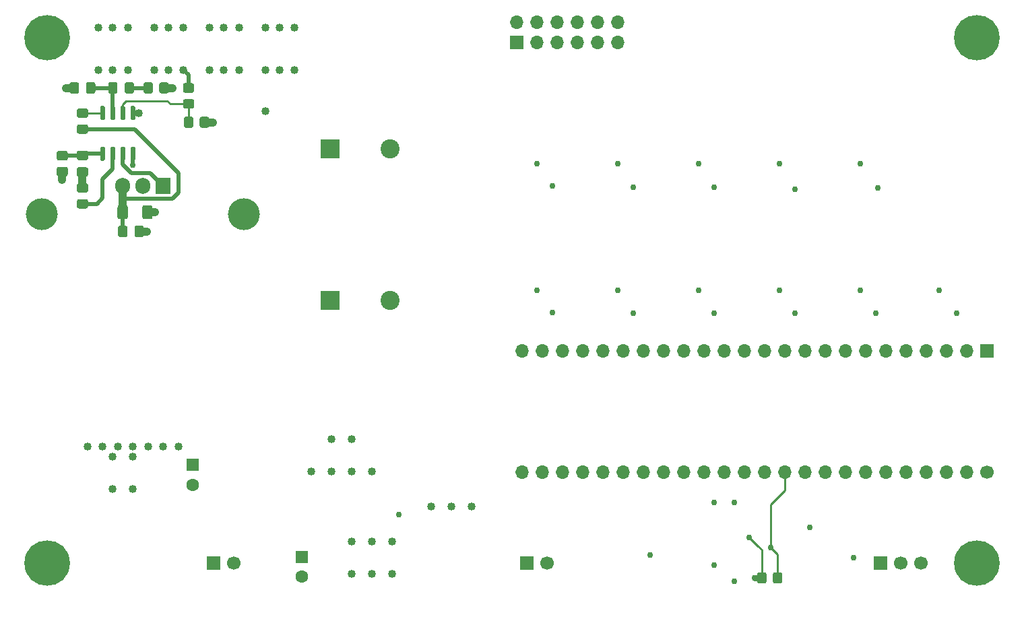
<source format=gbr>
%TF.GenerationSoftware,KiCad,Pcbnew,(5.1.9)-1*%
%TF.CreationDate,2021-10-04T18:28:26-04:00*%
%TF.ProjectId,In9 Music Visualizer RevC,496e3920-4d75-4736-9963-205669737561,rev?*%
%TF.SameCoordinates,Original*%
%TF.FileFunction,Copper,L4,Bot*%
%TF.FilePolarity,Positive*%
%FSLAX46Y46*%
G04 Gerber Fmt 4.6, Leading zero omitted, Abs format (unit mm)*
G04 Created by KiCad (PCBNEW (5.1.9)-1) date 2021-10-04 18:28:26*
%MOMM*%
%LPD*%
G01*
G04 APERTURE LIST*
%TA.AperFunction,ComponentPad*%
%ADD10O,1.905000X2.000000*%
%TD*%
%TA.AperFunction,ComponentPad*%
%ADD11R,1.905000X2.000000*%
%TD*%
%TA.AperFunction,ComponentPad*%
%ADD12C,1.600000*%
%TD*%
%TA.AperFunction,ComponentPad*%
%ADD13R,1.600000X1.600000*%
%TD*%
%TA.AperFunction,ComponentPad*%
%ADD14C,5.715000*%
%TD*%
%TA.AperFunction,ComponentPad*%
%ADD15O,1.700000X1.700000*%
%TD*%
%TA.AperFunction,ComponentPad*%
%ADD16R,1.700000X1.700000*%
%TD*%
%TA.AperFunction,ComponentPad*%
%ADD17C,1.700000*%
%TD*%
%TA.AperFunction,ComponentPad*%
%ADD18C,4.000000*%
%TD*%
%TA.AperFunction,ComponentPad*%
%ADD19C,2.400000*%
%TD*%
%TA.AperFunction,ComponentPad*%
%ADD20R,2.400000X2.400000*%
%TD*%
%TA.AperFunction,ViaPad*%
%ADD21C,0.762000*%
%TD*%
%TA.AperFunction,ViaPad*%
%ADD22C,1.016000*%
%TD*%
%TA.AperFunction,Conductor*%
%ADD23C,1.016000*%
%TD*%
%TA.AperFunction,Conductor*%
%ADD24C,0.508000*%
%TD*%
%TA.AperFunction,Conductor*%
%ADD25C,0.254000*%
%TD*%
%TA.AperFunction,Conductor*%
%ADD26C,0.762000*%
%TD*%
G04 APERTURE END LIST*
%TO.P,R13,2*%
%TO.N,GND*%
%TA.AperFunction,SMDPad,CuDef*%
G36*
G01*
X67829000Y-78476001D02*
X67829000Y-77225999D01*
G75*
G02*
X68078999Y-76976000I249999J0D01*
G01*
X68879001Y-76976000D01*
G75*
G02*
X69129000Y-77225999I0J-249999D01*
G01*
X69129000Y-78476001D01*
G75*
G02*
X68879001Y-78726000I-249999J0D01*
G01*
X68078999Y-78726000D01*
G75*
G02*
X67829000Y-78476001I0J249999D01*
G01*
G37*
%TD.AperFunction*%
%TO.P,R13,1*%
%TO.N,Net-(C17-Pad1)*%
%TA.AperFunction,SMDPad,CuDef*%
G36*
G01*
X64729000Y-78476001D02*
X64729000Y-77225999D01*
G75*
G02*
X64978999Y-76976000I249999J0D01*
G01*
X65779001Y-76976000D01*
G75*
G02*
X66029000Y-77225999I0J-249999D01*
G01*
X66029000Y-78476001D01*
G75*
G02*
X65779001Y-78726000I-249999J0D01*
G01*
X64978999Y-78726000D01*
G75*
G02*
X64729000Y-78476001I0J249999D01*
G01*
G37*
%TD.AperFunction*%
%TD*%
D10*
%TO.P,Q2,3*%
%TO.N,Net-(C17-Pad1)*%
X65405000Y-74549000D03*
%TO.P,Q2,2*%
%TO.N,Net-(D1-Pad2)*%
X67945000Y-74549000D03*
D11*
%TO.P,Q2,1*%
%TO.N,Net-(Q2-Pad1)*%
X70485000Y-74549000D03*
%TD*%
D12*
%TO.P,C22,2*%
%TO.N,GND*%
X87884000Y-123658000D03*
D13*
%TO.P,C22,1*%
%TO.N,+12V*%
X87884000Y-121158000D03*
%TD*%
D14*
%TO.P,REF\u002A\u002A,1*%
%TO.N,N/C*%
X172720000Y-121920000D03*
%TD*%
%TO.P,R10,2*%
%TO.N,Net-(R10-Pad2)*%
%TA.AperFunction,SMDPad,CuDef*%
G36*
G01*
X60775001Y-66005000D02*
X59874999Y-66005000D01*
G75*
G02*
X59625000Y-65755001I0J249999D01*
G01*
X59625000Y-65054999D01*
G75*
G02*
X59874999Y-64805000I249999J0D01*
G01*
X60775001Y-64805000D01*
G75*
G02*
X61025000Y-65054999I0J-249999D01*
G01*
X61025000Y-65755001D01*
G75*
G02*
X60775001Y-66005000I-249999J0D01*
G01*
G37*
%TD.AperFunction*%
%TO.P,R10,1*%
%TO.N,Net-(C17-Pad1)*%
%TA.AperFunction,SMDPad,CuDef*%
G36*
G01*
X60775001Y-68005000D02*
X59874999Y-68005000D01*
G75*
G02*
X59625000Y-67755001I0J249999D01*
G01*
X59625000Y-67054999D01*
G75*
G02*
X59874999Y-66805000I249999J0D01*
G01*
X60775001Y-66805000D01*
G75*
G02*
X61025000Y-67054999I0J-249999D01*
G01*
X61025000Y-67755001D01*
G75*
G02*
X60775001Y-68005000I-249999J0D01*
G01*
G37*
%TD.AperFunction*%
%TD*%
%TO.P,REF\u002A\u002A,1*%
%TO.N,N/C*%
X172720000Y-55880000D03*
%TD*%
%TO.P,REF\u002A\u002A,1*%
%TO.N,N/C*%
X55880000Y-121920000D03*
%TD*%
%TO.P,REF\u002A\u002A,1*%
%TO.N,N/C*%
X55880000Y-55880000D03*
%TD*%
%TO.P,U2,8*%
%TO.N,Net-(C14-Pad1)*%
%TA.AperFunction,SMDPad,CuDef*%
G36*
G01*
X62715000Y-69645000D02*
X63015000Y-69645000D01*
G75*
G02*
X63165000Y-69795000I0J-150000D01*
G01*
X63165000Y-71245000D01*
G75*
G02*
X63015000Y-71395000I-150000J0D01*
G01*
X62715000Y-71395000D01*
G75*
G02*
X62565000Y-71245000I0J150000D01*
G01*
X62565000Y-69795000D01*
G75*
G02*
X62715000Y-69645000I150000J0D01*
G01*
G37*
%TD.AperFunction*%
%TO.P,U2,7*%
%TO.N,Net-(R12-Pad1)*%
%TA.AperFunction,SMDPad,CuDef*%
G36*
G01*
X63985000Y-69645000D02*
X64285000Y-69645000D01*
G75*
G02*
X64435000Y-69795000I0J-150000D01*
G01*
X64435000Y-71245000D01*
G75*
G02*
X64285000Y-71395000I-150000J0D01*
G01*
X63985000Y-71395000D01*
G75*
G02*
X63835000Y-71245000I0J150000D01*
G01*
X63835000Y-69795000D01*
G75*
G02*
X63985000Y-69645000I150000J0D01*
G01*
G37*
%TD.AperFunction*%
%TO.P,U2,6*%
%TO.N,Net-(Q2-Pad1)*%
%TA.AperFunction,SMDPad,CuDef*%
G36*
G01*
X65255000Y-69645000D02*
X65555000Y-69645000D01*
G75*
G02*
X65705000Y-69795000I0J-150000D01*
G01*
X65705000Y-71245000D01*
G75*
G02*
X65555000Y-71395000I-150000J0D01*
G01*
X65255000Y-71395000D01*
G75*
G02*
X65105000Y-71245000I0J150000D01*
G01*
X65105000Y-69795000D01*
G75*
G02*
X65255000Y-69645000I150000J0D01*
G01*
G37*
%TD.AperFunction*%
%TO.P,U2,5*%
%TO.N,GND*%
%TA.AperFunction,SMDPad,CuDef*%
G36*
G01*
X66525000Y-69645000D02*
X66825000Y-69645000D01*
G75*
G02*
X66975000Y-69795000I0J-150000D01*
G01*
X66975000Y-71245000D01*
G75*
G02*
X66825000Y-71395000I-150000J0D01*
G01*
X66525000Y-71395000D01*
G75*
G02*
X66375000Y-71245000I0J150000D01*
G01*
X66375000Y-69795000D01*
G75*
G02*
X66525000Y-69645000I150000J0D01*
G01*
G37*
%TD.AperFunction*%
%TO.P,U2,4*%
%TA.AperFunction,SMDPad,CuDef*%
G36*
G01*
X66525000Y-64495000D02*
X66825000Y-64495000D01*
G75*
G02*
X66975000Y-64645000I0J-150000D01*
G01*
X66975000Y-66095000D01*
G75*
G02*
X66825000Y-66245000I-150000J0D01*
G01*
X66525000Y-66245000D01*
G75*
G02*
X66375000Y-66095000I0J150000D01*
G01*
X66375000Y-64645000D01*
G75*
G02*
X66525000Y-64495000I150000J0D01*
G01*
G37*
%TD.AperFunction*%
%TO.P,U2,3*%
%TO.N,Net-(R11-Pad1)*%
%TA.AperFunction,SMDPad,CuDef*%
G36*
G01*
X65255000Y-64495000D02*
X65555000Y-64495000D01*
G75*
G02*
X65705000Y-64645000I0J-150000D01*
G01*
X65705000Y-66095000D01*
G75*
G02*
X65555000Y-66245000I-150000J0D01*
G01*
X65255000Y-66245000D01*
G75*
G02*
X65105000Y-66095000I0J150000D01*
G01*
X65105000Y-64645000D01*
G75*
G02*
X65255000Y-64495000I150000J0D01*
G01*
G37*
%TD.AperFunction*%
%TO.P,U2,2*%
%TO.N,Net-(C15-Pad1)*%
%TA.AperFunction,SMDPad,CuDef*%
G36*
G01*
X63985000Y-64495000D02*
X64285000Y-64495000D01*
G75*
G02*
X64435000Y-64645000I0J-150000D01*
G01*
X64435000Y-66095000D01*
G75*
G02*
X64285000Y-66245000I-150000J0D01*
G01*
X63985000Y-66245000D01*
G75*
G02*
X63835000Y-66095000I0J150000D01*
G01*
X63835000Y-64645000D01*
G75*
G02*
X63985000Y-64495000I150000J0D01*
G01*
G37*
%TD.AperFunction*%
%TO.P,U2,1*%
%TO.N,Net-(R10-Pad2)*%
%TA.AperFunction,SMDPad,CuDef*%
G36*
G01*
X62715000Y-64495000D02*
X63015000Y-64495000D01*
G75*
G02*
X63165000Y-64645000I0J-150000D01*
G01*
X63165000Y-66095000D01*
G75*
G02*
X63015000Y-66245000I-150000J0D01*
G01*
X62715000Y-66245000D01*
G75*
G02*
X62565000Y-66095000I0J150000D01*
G01*
X62565000Y-64645000D01*
G75*
G02*
X62715000Y-64495000I150000J0D01*
G01*
G37*
%TD.AperFunction*%
%TD*%
%TO.P,R14,2*%
%TO.N,GND*%
%TA.AperFunction,SMDPad,CuDef*%
G36*
G01*
X69980000Y-62680001D02*
X69980000Y-61779999D01*
G75*
G02*
X70229999Y-61530000I249999J0D01*
G01*
X70930001Y-61530000D01*
G75*
G02*
X71180000Y-61779999I0J-249999D01*
G01*
X71180000Y-62680001D01*
G75*
G02*
X70930001Y-62930000I-249999J0D01*
G01*
X70229999Y-62930000D01*
G75*
G02*
X69980000Y-62680001I0J249999D01*
G01*
G37*
%TD.AperFunction*%
%TO.P,R14,1*%
%TO.N,Net-(C15-Pad2)*%
%TA.AperFunction,SMDPad,CuDef*%
G36*
G01*
X67980000Y-62680001D02*
X67980000Y-61779999D01*
G75*
G02*
X68229999Y-61530000I249999J0D01*
G01*
X68930001Y-61530000D01*
G75*
G02*
X69180000Y-61779999I0J-249999D01*
G01*
X69180000Y-62680001D01*
G75*
G02*
X68930001Y-62930000I-249999J0D01*
G01*
X68229999Y-62930000D01*
G75*
G02*
X67980000Y-62680001I0J249999D01*
G01*
G37*
%TD.AperFunction*%
%TD*%
%TO.P,R12,2*%
%TO.N,GND*%
%TA.AperFunction,SMDPad,CuDef*%
G36*
G01*
X60775001Y-75403000D02*
X59874999Y-75403000D01*
G75*
G02*
X59625000Y-75153001I0J249999D01*
G01*
X59625000Y-74452999D01*
G75*
G02*
X59874999Y-74203000I249999J0D01*
G01*
X60775001Y-74203000D01*
G75*
G02*
X61025000Y-74452999I0J-249999D01*
G01*
X61025000Y-75153001D01*
G75*
G02*
X60775001Y-75403000I-249999J0D01*
G01*
G37*
%TD.AperFunction*%
%TO.P,R12,1*%
%TO.N,Net-(R12-Pad1)*%
%TA.AperFunction,SMDPad,CuDef*%
G36*
G01*
X60775001Y-77403000D02*
X59874999Y-77403000D01*
G75*
G02*
X59625000Y-77153001I0J249999D01*
G01*
X59625000Y-76452999D01*
G75*
G02*
X59874999Y-76203000I249999J0D01*
G01*
X60775001Y-76203000D01*
G75*
G02*
X61025000Y-76452999I0J-249999D01*
G01*
X61025000Y-77153001D01*
G75*
G02*
X60775001Y-77403000I-249999J0D01*
G01*
G37*
%TD.AperFunction*%
%TD*%
%TO.P,R11,2*%
%TO.N,GND*%
%TA.AperFunction,SMDPad,CuDef*%
G36*
G01*
X75060000Y-66998001D02*
X75060000Y-66097999D01*
G75*
G02*
X75309999Y-65848000I249999J0D01*
G01*
X76010001Y-65848000D01*
G75*
G02*
X76260000Y-66097999I0J-249999D01*
G01*
X76260000Y-66998001D01*
G75*
G02*
X76010001Y-67248000I-249999J0D01*
G01*
X75309999Y-67248000D01*
G75*
G02*
X75060000Y-66998001I0J249999D01*
G01*
G37*
%TD.AperFunction*%
%TO.P,R11,1*%
%TO.N,Net-(R11-Pad1)*%
%TA.AperFunction,SMDPad,CuDef*%
G36*
G01*
X73060000Y-66998001D02*
X73060000Y-66097999D01*
G75*
G02*
X73309999Y-65848000I249999J0D01*
G01*
X74010001Y-65848000D01*
G75*
G02*
X74260000Y-66097999I0J-249999D01*
G01*
X74260000Y-66998001D01*
G75*
G02*
X74010001Y-67248000I-249999J0D01*
G01*
X73309999Y-67248000D01*
G75*
G02*
X73060000Y-66998001I0J249999D01*
G01*
G37*
%TD.AperFunction*%
%TD*%
%TO.P,R8,2*%
%TO.N,Net-(R11-Pad1)*%
%TA.AperFunction,SMDPad,CuDef*%
G36*
G01*
X73209999Y-63630000D02*
X74110001Y-63630000D01*
G75*
G02*
X74360000Y-63879999I0J-249999D01*
G01*
X74360000Y-64580001D01*
G75*
G02*
X74110001Y-64830000I-249999J0D01*
G01*
X73209999Y-64830000D01*
G75*
G02*
X72960000Y-64580001I0J249999D01*
G01*
X72960000Y-63879999D01*
G75*
G02*
X73209999Y-63630000I249999J0D01*
G01*
G37*
%TD.AperFunction*%
%TO.P,R8,1*%
%TO.N,150V*%
%TA.AperFunction,SMDPad,CuDef*%
G36*
G01*
X73209999Y-61630000D02*
X74110001Y-61630000D01*
G75*
G02*
X74360000Y-61879999I0J-249999D01*
G01*
X74360000Y-62580001D01*
G75*
G02*
X74110001Y-62830000I-249999J0D01*
G01*
X73209999Y-62830000D01*
G75*
G02*
X72960000Y-62580001I0J249999D01*
G01*
X72960000Y-61879999D01*
G75*
G02*
X73209999Y-61630000I249999J0D01*
G01*
G37*
%TD.AperFunction*%
%TD*%
%TO.P,R7,2*%
%TO.N,Net-(C14-Pad1)*%
%TA.AperFunction,SMDPad,CuDef*%
G36*
G01*
X58235001Y-71355000D02*
X57334999Y-71355000D01*
G75*
G02*
X57085000Y-71105001I0J249999D01*
G01*
X57085000Y-70404999D01*
G75*
G02*
X57334999Y-70155000I249999J0D01*
G01*
X58235001Y-70155000D01*
G75*
G02*
X58485000Y-70404999I0J-249999D01*
G01*
X58485000Y-71105001D01*
G75*
G02*
X58235001Y-71355000I-249999J0D01*
G01*
G37*
%TD.AperFunction*%
%TO.P,R7,1*%
%TO.N,+12V*%
%TA.AperFunction,SMDPad,CuDef*%
G36*
G01*
X58235001Y-73355000D02*
X57334999Y-73355000D01*
G75*
G02*
X57085000Y-73105001I0J249999D01*
G01*
X57085000Y-72404999D01*
G75*
G02*
X57334999Y-72155000I249999J0D01*
G01*
X58235001Y-72155000D01*
G75*
G02*
X58485000Y-72404999I0J-249999D01*
G01*
X58485000Y-73105001D01*
G75*
G02*
X58235001Y-73355000I-249999J0D01*
G01*
G37*
%TD.AperFunction*%
%TD*%
%TO.P,R1,2*%
%TO.N,Net-(R1-Pad2)*%
%TA.AperFunction,SMDPad,CuDef*%
G36*
G01*
X146285000Y-123374999D02*
X146285000Y-124275001D01*
G75*
G02*
X146035001Y-124525000I-249999J0D01*
G01*
X145334999Y-124525000D01*
G75*
G02*
X145085000Y-124275001I0J249999D01*
G01*
X145085000Y-123374999D01*
G75*
G02*
X145334999Y-123125000I249999J0D01*
G01*
X146035001Y-123125000D01*
G75*
G02*
X146285000Y-123374999I0J-249999D01*
G01*
G37*
%TD.AperFunction*%
%TO.P,R1,1*%
%TO.N,/ADC_in*%
%TA.AperFunction,SMDPad,CuDef*%
G36*
G01*
X148285000Y-123374999D02*
X148285000Y-124275001D01*
G75*
G02*
X148035001Y-124525000I-249999J0D01*
G01*
X147334999Y-124525000D01*
G75*
G02*
X147085000Y-124275001I0J249999D01*
G01*
X147085000Y-123374999D01*
G75*
G02*
X147334999Y-123125000I249999J0D01*
G01*
X148035001Y-123125000D01*
G75*
G02*
X148285000Y-123374999I0J-249999D01*
G01*
G37*
%TD.AperFunction*%
%TD*%
D15*
%TO.P,J4,12*%
%TO.N,Net-(J4-Pad12)*%
X127635000Y-53975000D03*
%TO.P,J4,11*%
%TO.N,Net-(J4-Pad11)*%
X127635000Y-56515000D03*
%TO.P,J4,10*%
%TO.N,Net-(J4-Pad10)*%
X125095000Y-53975000D03*
%TO.P,J4,9*%
%TO.N,Net-(J4-Pad9)*%
X125095000Y-56515000D03*
%TO.P,J4,8*%
%TO.N,Net-(J4-Pad8)*%
X122555000Y-53975000D03*
%TO.P,J4,7*%
%TO.N,Net-(J4-Pad7)*%
X122555000Y-56515000D03*
%TO.P,J4,6*%
%TO.N,Net-(J4-Pad6)*%
X120015000Y-53975000D03*
%TO.P,J4,5*%
%TO.N,Net-(J4-Pad5)*%
X120015000Y-56515000D03*
%TO.P,J4,4*%
%TO.N,Net-(J4-Pad4)*%
X117475000Y-53975000D03*
%TO.P,J4,3*%
%TO.N,Net-(J4-Pad3)*%
X117475000Y-56515000D03*
%TO.P,J4,2*%
%TO.N,Net-(J4-Pad2)*%
X114935000Y-53975000D03*
D16*
%TO.P,J4,1*%
%TO.N,150V*%
X114935000Y-56515000D03*
%TD*%
D17*
%TO.P,J3,2*%
%TO.N,/MIC_out*%
X163195000Y-121920000D03*
D16*
%TO.P,J3,1*%
%TO.N,+5V*%
X160655000Y-121920000D03*
D17*
%TO.P,J3,3*%
%TO.N,GND*%
X165735000Y-121920000D03*
%TD*%
%TO.P,J2,2*%
%TO.N,Net-(J2-Pad2)*%
X118745000Y-121920000D03*
D16*
%TO.P,J2,1*%
%TO.N,+5V*%
X116205000Y-121920000D03*
%TD*%
D15*
%TO.P,MCU1,42*%
%TO.N,Net-(MCU1-Pad42)*%
X158750000Y-110490000D03*
%TO.P,MCU1,41*%
%TO.N,Net-(MCU1-Pad41)*%
X156210000Y-110490000D03*
D17*
%TO.P,MCU1,48*%
%TO.N,+5V*%
X173990000Y-110490000D03*
D15*
%TO.P,MCU1,45*%
%TO.N,Net-(MCU1-Pad45)*%
X166370000Y-110490000D03*
%TO.P,MCU1,47*%
%TO.N,GND*%
X171450000Y-110490000D03*
%TO.P,MCU1,44*%
%TO.N,Net-(MCU1-Pad44)*%
X163830000Y-110490000D03*
%TO.P,MCU1,46*%
%TO.N,Net-(MCU1-Pad46)*%
X168910000Y-110490000D03*
%TO.P,MCU1,43*%
%TO.N,Net-(MCU1-Pad43)*%
X161290000Y-110490000D03*
%TO.P,MCU1,40*%
%TO.N,Net-(MCU1-Pad40)*%
X153670000Y-110490000D03*
%TO.P,MCU1,39*%
%TO.N,Net-(MCU1-Pad39)*%
X151130000Y-110490000D03*
%TO.P,MCU1,38*%
%TO.N,/ADC_in*%
X148590000Y-110490000D03*
%TO.P,MCU1,37*%
%TO.N,Net-(MCU1-Pad37)*%
X146050000Y-110490000D03*
%TO.P,MCU1,36*%
%TO.N,Net-(MCU1-Pad36)*%
X143510000Y-110490000D03*
%TO.P,MCU1,35*%
%TO.N,/pwr_led*%
X140970000Y-110490000D03*
%TO.P,MCU1,29*%
%TO.N,Net-(MCU1-Pad29)*%
X125730000Y-110490000D03*
%TO.P,MCU1,32*%
%TO.N,Net-(MCU1-Pad32)*%
X133350000Y-110490000D03*
%TO.P,MCU1,33*%
%TO.N,Net-(MCU1-Pad33)*%
X135890000Y-110490000D03*
%TO.P,MCU1,34*%
%TO.N,GND*%
X138430000Y-110490000D03*
%TO.P,MCU1,26*%
%TO.N,Net-(MCU1-Pad26)*%
X118110000Y-110490000D03*
%TO.P,MCU1,31*%
%TO.N,Net-(MCU1-Pad31)*%
X130810000Y-110490000D03*
%TO.P,MCU1,28*%
%TO.N,Net-(MCU1-Pad28)*%
X123190000Y-110490000D03*
%TO.P,MCU1,30*%
%TO.N,Net-(MCU1-Pad30)*%
X128270000Y-110490000D03*
%TO.P,MCU1,27*%
%TO.N,Net-(MCU1-Pad27)*%
X120650000Y-110490000D03*
%TO.P,MCU1,25*%
%TO.N,Net-(MCU1-Pad25)*%
X115570000Y-110490000D03*
%TO.P,MCU1,24*%
%TO.N,Net-(MCU1-Pad24)*%
X115570000Y-95250000D03*
%TO.P,MCU1,23*%
%TO.N,Net-(MCU1-Pad23)*%
X118110000Y-95250000D03*
%TO.P,MCU1,22*%
%TO.N,/PWM_0*%
X120650000Y-95250000D03*
%TO.P,MCU1,21*%
%TO.N,/PWM_1*%
X123190000Y-95250000D03*
%TO.P,MCU1,20*%
%TO.N,Net-(MCU1-Pad20)*%
X125730000Y-95250000D03*
%TO.P,MCU1,19*%
%TO.N,Net-(MCU1-Pad19)*%
X128270000Y-95250000D03*
%TO.P,MCU1,18*%
%TO.N,Net-(MCU1-Pad18)*%
X130810000Y-95250000D03*
%TO.P,MCU1,17*%
%TO.N,Net-(MCU1-Pad17)*%
X133350000Y-95250000D03*
%TO.P,MCU1,16*%
%TO.N,Net-(MCU1-Pad16)*%
X135890000Y-95250000D03*
%TO.P,MCU1,15*%
%TO.N,Net-(MCU1-Pad15)*%
X138430000Y-95250000D03*
%TO.P,MCU1,14*%
%TO.N,Net-(MCU1-Pad14)*%
X140970000Y-95250000D03*
%TO.P,MCU1,13*%
%TO.N,Net-(MCU1-Pad13)*%
X143510000Y-95250000D03*
%TO.P,MCU1,12*%
%TO.N,/PWM_2*%
X146050000Y-95250000D03*
%TO.P,MCU1,11*%
%TO.N,/PWM_3*%
X148590000Y-95250000D03*
%TO.P,MCU1,10*%
%TO.N,/PWM_4*%
X151130000Y-95250000D03*
%TO.P,MCU1,9*%
%TO.N,/PWM_5*%
X153670000Y-95250000D03*
%TO.P,MCU1,8*%
%TO.N,/PWM_6*%
X156210000Y-95250000D03*
%TO.P,MCU1,7*%
%TO.N,/PWM_7*%
X158750000Y-95250000D03*
%TO.P,MCU1,6*%
%TO.N,/PWM_8*%
X161290000Y-95250000D03*
%TO.P,MCU1,5*%
%TO.N,/PWM_9*%
X163830000Y-95250000D03*
%TO.P,MCU1,4*%
%TO.N,/PWM_10*%
X166370000Y-95250000D03*
%TO.P,MCU1,3*%
%TO.N,Net-(MCU1-Pad3)*%
X168910000Y-95250000D03*
%TO.P,MCU1,2*%
%TO.N,Net-(MCU1-Pad2)*%
X171450000Y-95250000D03*
D16*
%TO.P,MCU1,1*%
%TO.N,GND*%
X173990000Y-95250000D03*
%TD*%
D17*
%TO.P,J1,2*%
%TO.N,GND*%
X79375000Y-121920000D03*
D16*
%TO.P,J1,1*%
%TO.N,+12V*%
X76835000Y-121920000D03*
%TD*%
D18*
%TO.P,HS1,1*%
%TO.N,N/C*%
X80645000Y-78105000D03*
X55245000Y-78105000D03*
%TD*%
%TO.P,C17,2*%
%TO.N,GND*%
%TA.AperFunction,SMDPad,CuDef*%
G36*
G01*
X66871000Y-80739000D02*
X66871000Y-79789000D01*
G75*
G02*
X67121000Y-79539000I250000J0D01*
G01*
X67796000Y-79539000D01*
G75*
G02*
X68046000Y-79789000I0J-250000D01*
G01*
X68046000Y-80739000D01*
G75*
G02*
X67796000Y-80989000I-250000J0D01*
G01*
X67121000Y-80989000D01*
G75*
G02*
X66871000Y-80739000I0J250000D01*
G01*
G37*
%TD.AperFunction*%
%TO.P,C17,1*%
%TO.N,Net-(C17-Pad1)*%
%TA.AperFunction,SMDPad,CuDef*%
G36*
G01*
X64796000Y-80739000D02*
X64796000Y-79789000D01*
G75*
G02*
X65046000Y-79539000I250000J0D01*
G01*
X65721000Y-79539000D01*
G75*
G02*
X65971000Y-79789000I0J-250000D01*
G01*
X65971000Y-80739000D01*
G75*
G02*
X65721000Y-80989000I-250000J0D01*
G01*
X65046000Y-80989000D01*
G75*
G02*
X64796000Y-80739000I0J250000D01*
G01*
G37*
%TD.AperFunction*%
%TD*%
%TO.P,C16,2*%
%TO.N,GND*%
%TA.AperFunction,SMDPad,CuDef*%
G36*
G01*
X59875000Y-61755000D02*
X59875000Y-62705000D01*
G75*
G02*
X59625000Y-62955000I-250000J0D01*
G01*
X58950000Y-62955000D01*
G75*
G02*
X58700000Y-62705000I0J250000D01*
G01*
X58700000Y-61755000D01*
G75*
G02*
X58950000Y-61505000I250000J0D01*
G01*
X59625000Y-61505000D01*
G75*
G02*
X59875000Y-61755000I0J-250000D01*
G01*
G37*
%TD.AperFunction*%
%TO.P,C16,1*%
%TO.N,Net-(C15-Pad1)*%
%TA.AperFunction,SMDPad,CuDef*%
G36*
G01*
X61950000Y-61755000D02*
X61950000Y-62705000D01*
G75*
G02*
X61700000Y-62955000I-250000J0D01*
G01*
X61025000Y-62955000D01*
G75*
G02*
X60775000Y-62705000I0J250000D01*
G01*
X60775000Y-61755000D01*
G75*
G02*
X61025000Y-61505000I250000J0D01*
G01*
X61700000Y-61505000D01*
G75*
G02*
X61950000Y-61755000I0J-250000D01*
G01*
G37*
%TD.AperFunction*%
%TD*%
%TO.P,C15,2*%
%TO.N,Net-(C15-Pad2)*%
%TA.AperFunction,SMDPad,CuDef*%
G36*
G01*
X65622500Y-62705000D02*
X65622500Y-61755000D01*
G75*
G02*
X65872500Y-61505000I250000J0D01*
G01*
X66547500Y-61505000D01*
G75*
G02*
X66797500Y-61755000I0J-250000D01*
G01*
X66797500Y-62705000D01*
G75*
G02*
X66547500Y-62955000I-250000J0D01*
G01*
X65872500Y-62955000D01*
G75*
G02*
X65622500Y-62705000I0J250000D01*
G01*
G37*
%TD.AperFunction*%
%TO.P,C15,1*%
%TO.N,Net-(C15-Pad1)*%
%TA.AperFunction,SMDPad,CuDef*%
G36*
G01*
X63547500Y-62705000D02*
X63547500Y-61755000D01*
G75*
G02*
X63797500Y-61505000I250000J0D01*
G01*
X64472500Y-61505000D01*
G75*
G02*
X64722500Y-61755000I0J-250000D01*
G01*
X64722500Y-62705000D01*
G75*
G02*
X64472500Y-62955000I-250000J0D01*
G01*
X63797500Y-62955000D01*
G75*
G02*
X63547500Y-62705000I0J250000D01*
G01*
G37*
%TD.AperFunction*%
%TD*%
%TO.P,C14,2*%
%TO.N,GND*%
%TA.AperFunction,SMDPad,CuDef*%
G36*
G01*
X59850000Y-72205000D02*
X60800000Y-72205000D01*
G75*
G02*
X61050000Y-72455000I0J-250000D01*
G01*
X61050000Y-73130000D01*
G75*
G02*
X60800000Y-73380000I-250000J0D01*
G01*
X59850000Y-73380000D01*
G75*
G02*
X59600000Y-73130000I0J250000D01*
G01*
X59600000Y-72455000D01*
G75*
G02*
X59850000Y-72205000I250000J0D01*
G01*
G37*
%TD.AperFunction*%
%TO.P,C14,1*%
%TO.N,Net-(C14-Pad1)*%
%TA.AperFunction,SMDPad,CuDef*%
G36*
G01*
X59850000Y-70130000D02*
X60800000Y-70130000D01*
G75*
G02*
X61050000Y-70380000I0J-250000D01*
G01*
X61050000Y-71055000D01*
G75*
G02*
X60800000Y-71305000I-250000J0D01*
G01*
X59850000Y-71305000D01*
G75*
G02*
X59600000Y-71055000I0J250000D01*
G01*
X59600000Y-70380000D01*
G75*
G02*
X59850000Y-70130000I250000J0D01*
G01*
G37*
%TD.AperFunction*%
%TD*%
D19*
%TO.P,C9,2*%
%TO.N,GND*%
X98940000Y-69850000D03*
D20*
%TO.P,C9,1*%
%TO.N,150V*%
X91440000Y-69850000D03*
%TD*%
D19*
%TO.P,C8,2*%
%TO.N,GND*%
X98940000Y-88900000D03*
D20*
%TO.P,C8,1*%
%TO.N,150V*%
X91440000Y-88900000D03*
%TD*%
D12*
%TO.P,C5,2*%
%TO.N,GND*%
X74168000Y-112101000D03*
D13*
%TO.P,C5,1*%
%TO.N,+12V*%
X74168000Y-109601000D03*
%TD*%
D21*
%TO.N,GND*%
X100076000Y-115887500D03*
D22*
X104140000Y-114808000D03*
X64135000Y-112649000D03*
X66675000Y-112649000D03*
X83312000Y-54610000D03*
X85090000Y-54610000D03*
X86995000Y-54610000D03*
X76327000Y-54610000D03*
X78105000Y-54610000D03*
X80010000Y-54610000D03*
X69342000Y-54610000D03*
X71120000Y-54610000D03*
X73025000Y-54610000D03*
X62357000Y-54610000D03*
X64135000Y-54610000D03*
X66040000Y-54610000D03*
X83312000Y-65151000D03*
X60325000Y-73787000D03*
X58293000Y-62230000D03*
X68453000Y-80264000D03*
X67437000Y-65405000D03*
X71628000Y-62230000D03*
X76708000Y-66548000D03*
X69469000Y-77851000D03*
D21*
X66675000Y-71882000D03*
X119380000Y-74549000D03*
X117475000Y-71755000D03*
X129540000Y-74676000D03*
X127635000Y-71755000D03*
X137795000Y-71755000D03*
X139700000Y-74676000D03*
X147955000Y-71755000D03*
X149860000Y-74930000D03*
X158115000Y-71755000D03*
X160274000Y-74803000D03*
X117475000Y-87630000D03*
X119380000Y-90424000D03*
X127635000Y-87630000D03*
X129540000Y-90551000D03*
X137795000Y-87630000D03*
X139700000Y-90551000D03*
X147955000Y-87630000D03*
X149860000Y-90551000D03*
X168021000Y-87630000D03*
X170180000Y-90551000D03*
X158115000Y-87630000D03*
X160020000Y-90551000D03*
X142240000Y-114300000D03*
X139700000Y-114300000D03*
X142240000Y-124206000D03*
X157226000Y-121285000D03*
X151765000Y-117475000D03*
X131635500Y-120967500D03*
D22*
X94170500Y-106362500D03*
X91630500Y-106362500D03*
X94170500Y-123317000D03*
X96710500Y-123317000D03*
X99250500Y-123317000D03*
%TO.N,+5V*%
X89090500Y-110426500D03*
X96710500Y-110426500D03*
D21*
X139700000Y-122174000D03*
D22*
X109220000Y-114808000D03*
X106680000Y-114808000D03*
X91630500Y-110426500D03*
X94170500Y-110426500D03*
%TO.N,+12V*%
X60960000Y-107315000D03*
X62865000Y-107315000D03*
X64770000Y-107315000D03*
X66675000Y-107315000D03*
X68580000Y-107315000D03*
X70485000Y-107315000D03*
X72390000Y-107315000D03*
X64135000Y-108585000D03*
X66675000Y-108585000D03*
X57785000Y-73787000D03*
X94170500Y-119253000D03*
X96710500Y-119253000D03*
X99250500Y-119253000D03*
D21*
%TO.N,/ADC_in*%
X146812000Y-120015000D03*
%TO.N,Net-(R1-Pad2)*%
X144145000Y-118745000D03*
X144780000Y-123825000D03*
D22*
%TO.N,150V*%
X83312000Y-59944000D03*
X85090000Y-59944000D03*
X86995000Y-59944000D03*
X76327000Y-59944000D03*
X78105000Y-59944000D03*
X80010000Y-59944000D03*
X69342000Y-59944000D03*
X71120000Y-59944000D03*
X73025000Y-59944000D03*
X62357000Y-59944000D03*
X66040000Y-59944000D03*
X64135000Y-59944000D03*
%TD*%
D23*
%TO.N,GND*%
X60325000Y-74803000D02*
X60325000Y-72792500D01*
X58293000Y-62230000D02*
X59287500Y-62230000D01*
D24*
X66710000Y-65405000D02*
X66675000Y-65370000D01*
X67437000Y-65405000D02*
X66710000Y-65405000D01*
D23*
X71628000Y-62230000D02*
X70580000Y-62230000D01*
X76708000Y-66548000D02*
X75660000Y-66548000D01*
X69469000Y-77851000D02*
X68347500Y-77851000D01*
D24*
X66675000Y-70520000D02*
X66675000Y-71882000D01*
D23*
X67458500Y-80264000D02*
X68453000Y-80264000D01*
%TO.N,+12V*%
X57785000Y-73787000D02*
X57785000Y-72755000D01*
D24*
%TO.N,Net-(C14-Pad1)*%
X60287500Y-70755000D02*
X60325000Y-70717500D01*
X57785000Y-70755000D02*
X60287500Y-70755000D01*
X60522500Y-70520000D02*
X60325000Y-70717500D01*
X62865000Y-70520000D02*
X60522500Y-70520000D01*
%TO.N,Net-(C15-Pad2)*%
X66210000Y-62230000D02*
X68580000Y-62230000D01*
%TO.N,Net-(C15-Pad1)*%
X64135000Y-65370000D02*
X64135000Y-62230000D01*
X61362500Y-62230000D02*
X64135000Y-62230000D01*
D25*
%TO.N,/ADC_in*%
X147685000Y-120888000D02*
X146812000Y-120015000D01*
X147685000Y-123825000D02*
X147685000Y-120888000D01*
X146812000Y-114554000D02*
X148590000Y-112776000D01*
X146812000Y-120015000D02*
X146812000Y-114554000D01*
X148590000Y-110490000D02*
X148590000Y-112776000D01*
D24*
%TO.N,Net-(Q2-Pad1)*%
X65405000Y-71833742D02*
X66469258Y-72898000D01*
X65405000Y-70520000D02*
X65405000Y-71833742D01*
X68834000Y-72898000D02*
X70485000Y-74549000D01*
X66469258Y-72898000D02*
X68834000Y-72898000D01*
D26*
%TO.N,Net-(R1-Pad2)*%
X144780000Y-123825000D02*
X145685000Y-123825000D01*
D25*
X145685000Y-120285000D02*
X145224500Y-119824500D01*
X145685000Y-123825000D02*
X145685000Y-120285000D01*
X144145000Y-118745000D02*
X145224500Y-119824500D01*
%TO.N,Net-(R11-Pad1)*%
X73660000Y-64230000D02*
X73660000Y-66548000D01*
X65405000Y-65370000D02*
X65405000Y-64262000D01*
X65405000Y-64262000D02*
X65786000Y-63881000D01*
X65786000Y-63881000D02*
X70993000Y-63881000D01*
X71342000Y-64230000D02*
X73660000Y-64230000D01*
X70993000Y-63881000D02*
X71342000Y-64230000D01*
D24*
%TO.N,150V*%
X73025000Y-59944000D02*
X73660000Y-60579000D01*
X73660000Y-60579000D02*
X73660000Y-62230000D01*
D25*
%TO.N,Net-(R10-Pad2)*%
X60360000Y-65370000D02*
X60325000Y-65405000D01*
X62865000Y-65370000D02*
X60360000Y-65370000D01*
D24*
%TO.N,Net-(R12-Pad1)*%
X64135000Y-70520000D02*
X64135000Y-72390000D01*
X64135000Y-72390000D02*
X62865000Y-73660000D01*
X62135000Y-76803000D02*
X60325000Y-76803000D01*
X62865000Y-76073000D02*
X62135000Y-76803000D01*
X62865000Y-76073000D02*
X62865000Y-73660000D01*
D23*
%TO.N,Net-(C17-Pad1)*%
X65379000Y-74575000D02*
X65405000Y-74549000D01*
D24*
X65383500Y-77855500D02*
X65379000Y-77851000D01*
X65383500Y-80264000D02*
X65383500Y-77855500D01*
X60325000Y-67405000D02*
X66897000Y-67405000D01*
X71612602Y-76174000D02*
X72390000Y-75396602D01*
X65379000Y-76174000D02*
X71612602Y-76174000D01*
D23*
X65379000Y-77851000D02*
X65379000Y-76174000D01*
X65379000Y-76174000D02*
X65379000Y-74575000D01*
D24*
X72390000Y-72898000D02*
X66897000Y-67405000D01*
X72390000Y-75396602D02*
X72390000Y-72898000D01*
%TD*%
M02*

</source>
